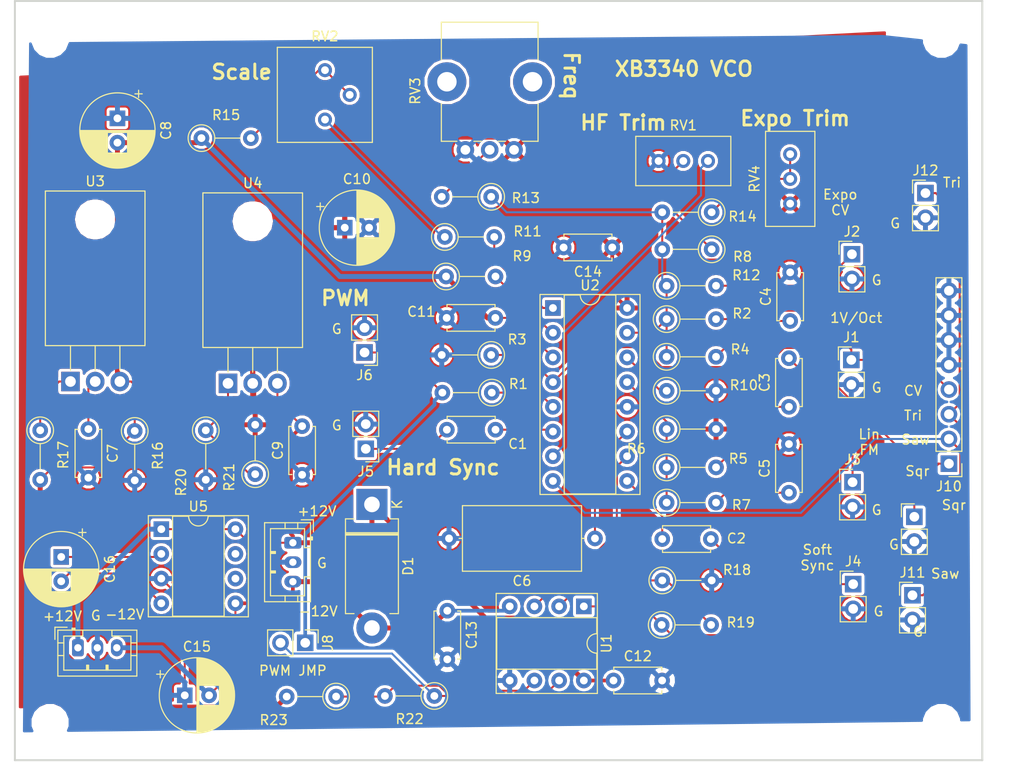
<source format=kicad_pcb>
(kicad_pcb (version 20171130) (host pcbnew "(5.0.1)-rc2")
  (layers (0 F.Cu signal) (31 B.Cu signal) (34 B.Paste user) (35 F.Paste user) (36 B.SilkS user) (37 F.SilkS user) (38 B.Mask user) (39 F.Mask user) (44 Edge.Cuts user))
  (net 0 "")
  (net 1 "Net-(C1-Pad2)")
  (net 2 "Net-(C1-Pad1)")
  (net 3 "Net-(C2-Pad1)")
  (net 4 "Net-(C2-Pad2)")
  (net 5 "Net-(C3-Pad1)")
  (net 6 "Net-(C3-Pad2)")
  (net 7 "Net-(C4-Pad1)")
  (net 8 GND)
  (net 9 "Net-(C5-Pad1)")
  (net 10 "Net-(C6-Pad1)")
  (net 11 "Net-(R1-Pad1)")
  (net 12 "Net-(R10-Pad1)")
  (net 13 "Net-(R11-Pad1)")
  (net 14 "Net-(R9-Pad2)")
  (net 15 "Net-(R11-Pad2)")
  (net 16 -5V)
  (net 17 +10V)
  (net 18 "Net-(R5-Pad1)")
  (net 19 +12V)
  (net 20 -12V)
  (net 21 "Net-(C16-Pad1)")
  (net 22 "Net-(C16-Pad2)")
  (net 23 1V-Oct)
  (net 24 ExpoCV)
  (net 25 PWM_CV)
  (net 26 "Net-(R12-Pad1)")
  (net 27 Sqr)
  (net 28 "Net-(R8-Pad1)")
  (net 29 "Net-(R13-Pad2)")
  (net 30 "Net-(R14-Pad1)")
  (net 31 "Net-(R15-Pad2)")
  (net 32 "Net-(R17-Pad1)")
  (net 33 "Net-(R18-Pad1)")
  (net 34 Tri)
  (net 35 "Net-(R20-Pad1)")
  (net 36 "Net-(RV1-Pad1)")
  (net 37 "Net-(U1-Pad3)")
  (net 38 Saw)
  (net 39 "Net-(U5-Pad7)")
  (net 40 "Net-(U5-Pad6)")
  (net 41 +2.5V)
  (net 42 "Net-(R22-Pad2)")
  (module Connector_PinHeader_2.54mm:PinHeader_1x02_P2.54mm_Vertical (layer F.Cu) (at 158.3055 123.3805)
    (fp_text reference J11 (at 0 -2.33) (layer F.SilkS))
    (fp_text value PWM)
    (pad 1 thru_hole rect (at 0 0) (size 1.7 1.7) (drill 1) (layers *.Cu *.Mask) (net 38 Saw))
    (pad 2 thru_hole oval (at 0 2.54) (size 1.7 1.7) (drill 1) (layers *.Cu *.Mask) (net 8 GND))
  )
  (module Connector_PinHeader_2.54mm:PinHeader_1x02_P2.54mm_Vertical (layer F.Cu) (at 159.639 82.042)
    (fp_text reference J12 (at 0 -2.33) (layer F.SilkS))
    (fp_text value PWM)
    (pad 2 thru_hole oval (at 0 2.54) (size 1.7 1.7) (drill 1) (layers *.Cu *.Mask) (net 8 GND))
    (pad 1 thru_hole rect (at 0 0) (size 1.7 1.7) (drill 1) (layers *.Cu *.Mask) (net 34 Tri))
  )
  (module Connector_PinHeader_2.54mm:PinHeader_1x02_P2.54mm_Vertical (layer F.Cu) (at 158.496 115.316)
    (fp_text reference J13 hide)
    (fp_text value PWM)
    (pad 1 thru_hole rect (at 0 0) (size 1.7 1.7) (drill 1) (layers *.Cu *.Mask) (net 27 Sqr))
    (pad 2 thru_hole oval (at 0 2.54) (size 1.7 1.7) (drill 1) (layers *.Cu *.Mask) (net 8 GND))
  )
  (module MountingHole:MountingHole_3.2mm_M3_ISO7380 (layer F.Cu) (at 161.29 136.4615)
    (fp_text reference H3 hide)
    (fp_text value MountingHole)
    (pad 1 np_thru_hole circle (at 0 0) (size 3.2 3.2) (drill 3.2) (layers *.Cu *.Mask))
  )
  (module MountingHole:MountingHole_3.2mm_M3_ISO7380 (layer F.Cu) (at 161.29 66.2305)
    (fp_text reference H4 hide)
    (fp_text value MountingHole)
    (pad 1 np_thru_hole circle (at 0 0) (size 3.2 3.2) (drill 3.2) (layers *.Cu *.Mask))
  )
  (module MountingHole:MountingHole_3.2mm_M3_ISO7380 (layer F.Cu) (at 69.6595 66.2305)
    (fp_text reference H1 hide)
    (fp_text value MountingHole)
    (pad 1 np_thru_hole circle (at 0 0) (size 3.2 3.2) (drill 3.2) (layers *.Cu *.Mask))
  )
  (module MountingHole:MountingHole_3.2mm_M3_ISO7380 (layer F.Cu) (at 69.6595 136.4615)
    (fp_text reference H2 hide)
    (fp_text value MountingHole)
    (pad 1 np_thru_hole circle (at 0 0) (size 3.2 3.2) (drill 3.2) (layers *.Cu *.Mask))
  )
  (module Connector_PinHeader_2.54mm:PinHeader_1x08_P2.54mm_Vertical (layer F.Cu) (at 162.052 109.855 180)
    (fp_text reference J10 (at 0 -2.33 180) (layer F.SilkS))
    (fp_text value Conn_01x08_Female)
    (pad 1 thru_hole rect (at 0 0 180) (size 1.7 1.7) (drill 1) (layers *.Cu *.Mask) (net 27 Sqr))
    (pad 2 thru_hole oval (at 0 2.54 180) (size 1.7 1.7) (drill 1) (layers *.Cu *.Mask) (net 38 Saw))
    (pad 3 thru_hole oval (at 0 5.08 180) (size 1.7 1.7) (drill 1) (layers *.Cu *.Mask) (net 34 Tri))
    (pad 4 thru_hole oval (at 0 7.62 180) (size 1.7 1.7) (drill 1) (layers *.Cu *.Mask) (net 23 1V-Oct))
    (pad 5 thru_hole oval (at 0 10.16 180) (size 1.7 1.7) (drill 1) (layers *.Cu *.Mask) (net 8 GND))
    (pad 6 thru_hole oval (at 0 12.7 180) (size 1.7 1.7) (drill 1) (layers *.Cu *.Mask) (net 8 GND))
    (pad 7 thru_hole oval (at 0 15.24 180) (size 1.7 1.7) (drill 1) (layers *.Cu *.Mask) (net 8 GND))
    (pad 8 thru_hole oval (at 0 17.78 180) (size 1.7 1.7) (drill 1) (layers *.Cu *.Mask) (net 8 GND))
  )
  (module Connector_JST:JST_PH_B3B-PH-K_1x03_P2.00mm_Vertical (layer F.Cu) (at 72.517 128.778)
    (fp_text reference J9 hide)
    (fp_text value Power)
    (pad 1 thru_hole roundrect (at 0 0) (size 1.2 1.75) (drill 0.75) (layers *.Cu *.Mask) (roundrect_rratio 0.208333) (net 19 +12V))
    (pad 2 thru_hole oval (at 2 0) (size 1.2 1.75) (drill 0.75) (layers *.Cu *.Mask) (net 8 GND))
    (pad 3 thru_hole oval (at 4 0) (size 1.2 1.75) (drill 0.75) (layers *.Cu *.Mask) (net 20 -12V))
  )
  (module Connector_PinHeader_2.54mm:PinHeader_1x02_P2.54mm_Vertical (layer F.Cu) (at 95.885 128.27 270)
    (fp_text reference J8 (at 0 -2.33 270) (layer F.SilkS))
    (fp_text value "Sqr Jump")
    (pad 1 thru_hole rect (at 0 0 270) (size 1.7 1.7) (drill 1) (layers *.Cu *.Mask) (net 25 PWM_CV))
    (pad 2 thru_hole oval (at 0 2.54 270) (size 1.7 1.7) (drill 1) (layers *.Cu *.Mask) (net 41 +2.5V))
  )
  (module Resistor_THT:R_Axial_DIN0207_L6.3mm_D2.5mm_P5.08mm_Vertical (layer F.Cu) (at 99.06 133.7945 180)
    (fp_text reference R23 (at 6.4135 -2.413 180) (layer F.SilkS))
    (fp_text value 20k)
    (pad 2 thru_hole oval (at 5.08 0 180) (size 1.6 1.6) (drill 0.8) (layers *.Cu *.Mask) (net 16 -5V))
    (pad 1 thru_hole circle (at 0 0 180) (size 1.6 1.6) (drill 0.8) (layers *.Cu *.Mask) (net 42 "Net-(R22-Pad2)"))
  )
  (module Resistor_THT:R_Axial_DIN0207_L6.3mm_D2.5mm_P5.08mm_Vertical (layer F.Cu) (at 109.1565 133.731 180)
    (fp_text reference R22 (at 2.54 -2.37 180) (layer F.SilkS))
    (fp_text value 10k)
    (pad 1 thru_hole circle (at 0 0 180) (size 1.6 1.6) (drill 0.8) (layers *.Cu *.Mask) (net 41 +2.5V))
    (pad 2 thru_hole oval (at 5.08 0 180) (size 1.6 1.6) (drill 0.8) (layers *.Cu *.Mask) (net 42 "Net-(R22-Pad2)"))
  )
  (module Potentiometer_THT:Potentiometer_Bourns_3296W_Vertical (layer F.Cu) (at 137.287 78.74)
    (fp_text reference RV1 (at -2.54 -3.66) (layer F.SilkS))
    (fp_text value 10k)
    (pad 1 thru_hole circle (at 0 0) (size 1.44 1.44) (drill 0.8) (layers *.Cu *.Mask) (net 36 "Net-(RV1-Pad1)"))
    (pad 2 thru_hole circle (at -2.54 0) (size 1.44 1.44) (drill 0.8) (layers *.Cu *.Mask) (net 28 "Net-(R8-Pad1)"))
    (pad 3 thru_hole circle (at -5.08 0) (size 1.44 1.44) (drill 0.8) (layers *.Cu *.Mask) (net 8 GND))
  )
  (module Diode_THT:D_DO-201AD_P12.70mm_Horizontal (layer F.Cu) (at 102.743 114.046 270)
    (fp_text reference D1 (at 6.35 -3.72 270) (layer F.SilkS))
    (fp_text value D_ALT)
    (fp_text user K (at 0 -2.6 270) (layer F.SilkS))
    (pad 1 thru_hole rect (at 0 0 270) (size 3.2 3.2) (drill 1.6) (layers *.Cu *.Mask) (net 19 +12V))
    (pad 2 thru_hole oval (at 12.7 0 270) (size 3.2 3.2) (drill 1.6) (layers *.Cu *.Mask) (net 20 -12V))
  )
  (module Package_TO_SOT_THT:TO-220-3_Horizontal_TabDown (layer F.Cu) (at 87.9475 101.6)
    (fp_text reference U4 (at 2.54 -20.58) (layer F.SilkS))
    (fp_text value LM317_3PinPackage)
    (pad 3 thru_hole oval (at 5.08 0) (size 1.905 2) (drill 1.1) (layers *.Cu *.Mask) (net 19 +12V))
    (pad 2 thru_hole oval (at 2.54 0) (size 1.905 2) (drill 1.1) (layers *.Cu *.Mask) (net 17 +10V))
    (pad 1 thru_hole rect (at 0 0) (size 1.905 2) (drill 1.1) (layers *.Cu *.Mask) (net 35 "Net-(R20-Pad1)"))
    (pad "" np_thru_hole oval (at 2.54 -16.66) (size 3.5 3.5) (drill 3.5) (layers *.Cu *.Mask))
  )
  (module Package_TO_SOT_THT:TO-220-3_Horizontal_TabDown (layer F.Cu) (at 71.755 101.4095)
    (fp_text reference U3 (at 2.54 -20.58) (layer F.SilkS))
    (fp_text value LM337_TO220)
    (pad "" np_thru_hole oval (at 2.54 -16.66) (size 3.5 3.5) (drill 3.5) (layers *.Cu *.Mask))
    (pad 1 thru_hole rect (at 0 0) (size 1.905 2) (drill 1.1) (layers *.Cu *.Mask) (net 32 "Net-(R17-Pad1)"))
    (pad 2 thru_hole oval (at 2.54 0) (size 1.905 2) (drill 1.1) (layers *.Cu *.Mask) (net 20 -12V))
    (pad 3 thru_hole oval (at 5.08 0) (size 1.905 2) (drill 1.1) (layers *.Cu *.Mask) (net 16 -5V))
  )
  (module Capacitor_THT:C_Axial_L12.0mm_D6.5mm_P15.00mm_Horizontal (layer F.Cu) (at 125.6665 117.5385 180)
    (fp_text reference C6 (at 7.5 -4.37 180) (layer F.SilkS))
    (fp_text value "1000p / Mica")
    (pad 1 thru_hole circle (at 0 0 180) (size 1.6 1.6) (drill 0.8) (layers *.Cu *.Mask) (net 10 "Net-(C6-Pad1)"))
    (pad 2 thru_hole oval (at 15 0 180) (size 1.6 1.6) (drill 0.8) (layers *.Cu *.Mask) (net 8 GND))
  )
  (module Capacitor_THT:C_Disc_D4.7mm_W2.5mm_P5.00mm (layer F.Cu) (at 115.443 106.3625 180)
    (fp_text reference C1 (at -2.286 -1.4605 180) (layer F.SilkS))
    (fp_text value 1n)
    (pad 2 thru_hole circle (at 5 0 180) (size 1.6 1.6) (drill 0.8) (layers *.Cu *.Mask) (net 1 "Net-(C1-Pad2)"))
    (pad 1 thru_hole circle (at 0 0 180) (size 1.6 1.6) (drill 0.8) (layers *.Cu *.Mask) (net 2 "Net-(C1-Pad1)"))
  )
  (module Capacitor_THT:C_Disc_D4.7mm_W2.5mm_P5.00mm (layer F.Cu) (at 132.5825 117.602)
    (fp_text reference C2 (at 7.62 -0.0635) (layer F.SilkS))
    (fp_text value 1n)
    (pad 1 thru_hole circle (at 0 0) (size 1.6 1.6) (drill 0.8) (layers *.Cu *.Mask) (net 3 "Net-(C2-Pad1)"))
    (pad 2 thru_hole circle (at 5 0) (size 1.6 1.6) (drill 0.8) (layers *.Cu *.Mask) (net 4 "Net-(C2-Pad2)"))
  )
  (module Capacitor_THT:C_Disc_D4.7mm_W2.5mm_P5.00mm (layer F.Cu) (at 145.6055 104.013 90)
    (fp_text reference C3 (at 2.5 -2.5 90) (layer F.SilkS))
    (fp_text value 100n)
    (pad 1 thru_hole circle (at 0 0 90) (size 1.6 1.6) (drill 0.8) (layers *.Cu *.Mask) (net 5 "Net-(C3-Pad1)"))
    (pad 2 thru_hole circle (at 5 0 90) (size 1.6 1.6) (drill 0.8) (layers *.Cu *.Mask) (net 6 "Net-(C3-Pad2)"))
  )
  (module Capacitor_THT:C_Disc_D4.7mm_W2.5mm_P5.00mm (layer F.Cu) (at 145.7325 95.1865 90)
    (fp_text reference C4 (at 2.5 -2.5 90) (layer F.SilkS))
    (fp_text value 10n)
    (pad 2 thru_hole circle (at 5 0 90) (size 1.6 1.6) (drill 0.8) (layers *.Cu *.Mask) (net 8 GND))
    (pad 1 thru_hole circle (at 0 0 90) (size 1.6 1.6) (drill 0.8) (layers *.Cu *.Mask) (net 7 "Net-(C4-Pad1)"))
  )
  (module Capacitor_THT:C_Disc_D4.7mm_W2.5mm_P5.00mm (layer F.Cu) (at 145.6055 112.8395 90)
    (fp_text reference C5 (at 2.5 -2.5 90) (layer F.SilkS))
    (fp_text value 10n)
    (pad 2 thru_hole circle (at 5 0 90) (size 1.6 1.6) (drill 0.8) (layers *.Cu *.Mask) (net 8 GND))
    (pad 1 thru_hole circle (at 0 0 90) (size 1.6 1.6) (drill 0.8) (layers *.Cu *.Mask) (net 9 "Net-(C5-Pad1)"))
  )
  (module Capacitor_THT:C_Disc_D4.7mm_W2.5mm_P5.00mm (layer F.Cu) (at 73.5965 106.299 270)
    (fp_text reference C7 (at 2.5 -2.5 270) (layer F.SilkS))
    (fp_text value 100n)
    (pad 1 thru_hole circle (at 0 0 270) (size 1.6 1.6) (drill 0.8) (layers *.Cu *.Mask) (net 20 -12V))
    (pad 2 thru_hole circle (at 5 0 270) (size 1.6 1.6) (drill 0.8) (layers *.Cu *.Mask) (net 8 GND))
  )
  (module Capacitor_THT:CP_Radial_D7.5mm_P2.50mm (layer F.Cu) (at 76.581 74.3585 270)
    (fp_text reference C8 (at 1.25 -5 270) (layer F.SilkS))
    (fp_text value 10uF)
    (pad 1 thru_hole rect (at 0 0 270) (size 1.6 1.6) (drill 0.8) (layers *.Cu *.Mask) (net 8 GND))
    (pad 2 thru_hole circle (at 2.5 0 270) (size 1.6 1.6) (drill 0.8) (layers *.Cu *.Mask) (net 16 -5V))
  )
  (module Capacitor_THT:C_Disc_D4.7mm_W2.5mm_P5.00mm (layer F.Cu) (at 95.5675 110.998 90)
    (fp_text reference C9 (at 2.5 -2.5 90) (layer F.SilkS))
    (fp_text value 100n)
    (pad 1 thru_hole circle (at 0 0 90) (size 1.6 1.6) (drill 0.8) (layers *.Cu *.Mask) (net 8 GND))
    (pad 2 thru_hole circle (at 5 0 90) (size 1.6 1.6) (drill 0.8) (layers *.Cu *.Mask) (net 19 +12V))
  )
  (module Capacitor_THT:CP_Radial_D7.5mm_P2.50mm (layer F.Cu) (at 99.949 85.598)
    (fp_text reference C10 (at 1.25 -5) (layer F.SilkS))
    (fp_text value 10uF)
    (pad 2 thru_hole circle (at 2.5 0) (size 1.6 1.6) (drill 0.8) (layers *.Cu *.Mask) (net 8 GND))
    (pad 1 thru_hole rect (at 0 0) (size 1.6 1.6) (drill 0.8) (layers *.Cu *.Mask) (net 17 +10V))
  )
  (module Capacitor_THT:C_Disc_D4.7mm_W2.5mm_P5.00mm (layer F.Cu) (at 110.4265 94.869)
    (fp_text reference C11 (at -2.6035 -0.635) (layer F.SilkS))
    (fp_text value 100n)
    (pad 1 thru_hole circle (at 0 0) (size 1.6 1.6) (drill 0.8) (layers *.Cu *.Mask) (net 8 GND))
    (pad 2 thru_hole circle (at 5 0) (size 1.6 1.6) (drill 0.8) (layers *.Cu *.Mask) (net 16 -5V))
  )
  (module Capacitor_THT:C_Disc_D4.7mm_W2.5mm_P5.00mm (layer F.Cu) (at 127.5715 132.1435)
    (fp_text reference C12 (at 2.5 -2.5) (layer F.SilkS))
    (fp_text value 100n)
    (pad 2 thru_hole circle (at 5 0) (size 1.6 1.6) (drill 0.8) (layers *.Cu *.Mask) (net 8 GND))
    (pad 1 thru_hole circle (at 0 0) (size 1.6 1.6) (drill 0.8) (layers *.Cu *.Mask) (net 19 +12V))
  )
  (module Capacitor_THT:C_Disc_D4.7mm_W2.5mm_P5.00mm (layer F.Cu) (at 110.49 124.968 270)
    (fp_text reference C13 (at 2.5 -2.5 270) (layer F.SilkS))
    (fp_text value 100n)
    (pad 1 thru_hole circle (at 0 0 270) (size 1.6 1.6) (drill 0.8) (layers *.Cu *.Mask) (net 20 -12V))
    (pad 2 thru_hole circle (at 5 0 270) (size 1.6 1.6) (drill 0.8) (layers *.Cu *.Mask) (net 8 GND))
  )
  (module Capacitor_THT:C_Disc_D4.7mm_W2.5mm_P5.00mm (layer F.Cu) (at 127.4445 87.63 180)
    (fp_text reference C14 (at 2.5 -2.5 180) (layer F.SilkS))
    (fp_text value 100n)
    (pad 2 thru_hole circle (at 5 0 180) (size 1.6 1.6) (drill 0.8) (layers *.Cu *.Mask) (net 8 GND))
    (pad 1 thru_hole circle (at 0 0 180) (size 1.6 1.6) (drill 0.8) (layers *.Cu *.Mask) (net 17 +10V))
  )
  (module Capacitor_THT:CP_Radial_D7.5mm_P2.50mm (layer F.Cu) (at 83.5025 133.6675)
    (fp_text reference C15 (at 1.25 -5) (layer F.SilkS))
    (fp_text value 100uF)
    (pad 2 thru_hole circle (at 2.5 0) (size 1.6 1.6) (drill 0.8) (layers *.Cu *.Mask) (net 20 -12V))
    (pad 1 thru_hole rect (at 0 0) (size 1.6 1.6) (drill 0.8) (layers *.Cu *.Mask) (net 8 GND))
  )
  (module Capacitor_THT:CP_Radial_D7.5mm_P2.50mm (layer F.Cu) (at 70.8025 119.4435 270)
    (fp_text reference C16 (at 1.25 -5 270) (layer F.SilkS))
    (fp_text value 100uF)
    (pad 1 thru_hole rect (at 0 0 270) (size 1.6 1.6) (drill 0.8) (layers *.Cu *.Mask) (net 21 "Net-(C16-Pad1)"))
    (pad 2 thru_hole circle (at 2.5 0 270) (size 1.6 1.6) (drill 0.8) (layers *.Cu *.Mask) (net 22 "Net-(C16-Pad2)"))
  )
  (module Connector_PinHeader_2.54mm:PinHeader_1x02_P2.54mm_Vertical (layer F.Cu) (at 152.019 99.187)
    (fp_text reference J1 (at 0 -2.33) (layer F.SilkS))
    (fp_text value 1V/Oct)
    (pad 1 thru_hole rect (at 0 0) (size 1.7 1.7) (drill 1) (layers *.Cu *.Mask) (net 23 1V-Oct))
    (pad 2 thru_hole oval (at 0 2.54) (size 1.7 1.7) (drill 1) (layers *.Cu *.Mask) (net 8 GND))
  )
  (module Connector_PinHeader_2.54mm:PinHeader_1x02_P2.54mm_Vertical (layer F.Cu) (at 152.0825 88.3285)
    (fp_text reference J2 (at 0 -2.33) (layer F.SilkS))
    (fp_text value "Expo CV")
    (pad 1 thru_hole rect (at 0 0) (size 1.7 1.7) (drill 1) (layers *.Cu *.Mask) (net 24 ExpoCV))
    (pad 2 thru_hole oval (at 0 2.54) (size 1.7 1.7) (drill 1) (layers *.Cu *.Mask) (net 8 GND))
  )
  (module Connector_PinHeader_2.54mm:PinHeader_1x02_P2.54mm_Vertical (layer F.Cu) (at 152.146 111.76)
    (fp_text reference J3 (at 0 -2.33) (layer F.SilkS))
    (fp_text value "Linear FM")
    (pad 2 thru_hole oval (at 0 2.54) (size 1.7 1.7) (drill 1) (layers *.Cu *.Mask) (net 8 GND))
    (pad 1 thru_hole rect (at 0 0) (size 1.7 1.7) (drill 1) (layers *.Cu *.Mask) (net 6 "Net-(C3-Pad2)"))
  )
  (module Connector_PinHeader_2.54mm:PinHeader_1x02_P2.54mm_Vertical (layer F.Cu) (at 152.2095 122.2375)
    (fp_text reference J4 (at 0 -2.33) (layer F.SilkS))
    (fp_text value "Soft Sync")
    (pad 2 thru_hole oval (at 0 2.54) (size 1.7 1.7) (drill 1) (layers *.Cu *.Mask) (net 8 GND))
    (pad 1 thru_hole rect (at 0 0) (size 1.7 1.7) (drill 1) (layers *.Cu *.Mask) (net 4 "Net-(C2-Pad2)"))
  )
  (module Connector_PinHeader_2.54mm:PinHeader_1x02_P2.54mm_Vertical (layer F.Cu) (at 102.108 108.331 180)
    (fp_text reference J5 (at 0 -2.33 180) (layer F.SilkS))
    (fp_text value "Hard Sync")
    (pad 2 thru_hole oval (at 0 2.54 180) (size 1.7 1.7) (drill 1) (layers *.Cu *.Mask) (net 8 GND))
    (pad 1 thru_hole rect (at 0 0 180) (size 1.7 1.7) (drill 1) (layers *.Cu *.Mask) (net 1 "Net-(C1-Pad2)"))
  )
  (module Connector_PinHeader_2.54mm:PinHeader_1x02_P2.54mm_Vertical (layer F.Cu) (at 101.981 98.425 180)
    (fp_text reference J6 (at 0 -2.33 180) (layer F.SilkS))
    (fp_text value PWM)
    (pad 1 thru_hole rect (at 0 0 180) (size 1.7 1.7) (drill 1) (layers *.Cu *.Mask) (net 25 PWM_CV))
    (pad 2 thru_hole oval (at 0 2.54 180) (size 1.7 1.7) (drill 1) (layers *.Cu *.Mask) (net 8 GND))
  )
  (module Connector_JST:JST_PH_B3B-PH-K_1x03_P2.00mm_Vertical (layer F.Cu) (at 94.615 117.983 270)
    (fp_text reference J7 hide)
    (fp_text value Power)
    (pad 1 thru_hole roundrect (at 0 0 270) (size 1.2 1.75) (drill 0.75) (layers *.Cu *.Mask) (roundrect_rratio 0.208333) (net 19 +12V))
    (pad 2 thru_hole oval (at 2 0 270) (size 1.2 1.75) (drill 0.75) (layers *.Cu *.Mask) (net 8 GND))
    (pad 3 thru_hole oval (at 4 0 270) (size 1.2 1.75) (drill 0.75) (layers *.Cu *.Mask) (net 20 -12V))
  )
  (module Resistor_THT:R_Axial_DIN0207_L6.3mm_D2.5mm_P5.08mm_Vertical (layer F.Cu) (at 115.062 102.5525 180)
    (fp_text reference R1 (at -2.7305 0.889 180) (layer F.SilkS))
    (fp_text value 10k)
    (pad 2 thru_hole oval (at 5.08 0 180) (size 1.6 1.6) (drill 0.8) (layers *.Cu *.Mask) (net 25 PWM_CV))
    (pad 1 thru_hole circle (at 0 0 180) (size 1.6 1.6) (drill 0.8) (layers *.Cu *.Mask) (net 11 "Net-(R1-Pad1)"))
  )
  (module Resistor_THT:R_Axial_DIN0207_L6.3mm_D2.5mm_P5.08mm_Vertical (layer F.Cu) (at 133.0325 94.996)
    (fp_text reference R2 (at 7.747 -0.5715) (layer F.SilkS))
    (fp_text value 100k)
    (pad 1 thru_hole circle (at 0 0) (size 1.6 1.6) (drill 0.8) (layers *.Cu *.Mask) (net 26 "Net-(R12-Pad1)"))
    (pad 2 thru_hole oval (at 5.08 0) (size 1.6 1.6) (drill 0.8) (layers *.Cu *.Mask) (net 23 1V-Oct))
  )
  (module Resistor_THT:R_Axial_DIN0207_L6.3mm_D2.5mm_P5.08mm_Vertical (layer F.Cu) (at 114.9985 98.679 180)
    (fp_text reference R3 (at -2.667 1.5875 180) (layer F.SilkS))
    (fp_text value 51K)
    (pad 1 thru_hole circle (at 0 0 180) (size 1.6 1.6) (drill 0.8) (layers *.Cu *.Mask) (net 27 Sqr))
    (pad 2 thru_hole oval (at 5.08 0 180) (size 1.6 1.6) (drill 0.8) (layers *.Cu *.Mask) (net 8 GND))
  )
  (module Resistor_THT:R_Axial_DIN0207_L6.3mm_D2.5mm_P5.08mm_Vertical (layer F.Cu) (at 133.0325 98.8695)
    (fp_text reference R4 (at 7.5565 -0.762) (layer F.SilkS))
    (fp_text value 470)
    (pad 1 thru_hole circle (at 0 0) (size 1.6 1.6) (drill 0.8) (layers *.Cu *.Mask) (net 26 "Net-(R12-Pad1)"))
    (pad 2 thru_hole oval (at 5.08 0) (size 1.6 1.6) (drill 0.8) (layers *.Cu *.Mask) (net 7 "Net-(C4-Pad1)"))
  )
  (module Resistor_THT:R_Axial_DIN0207_L6.3mm_D2.5mm_P5.08mm_Vertical (layer F.Cu) (at 133.0325 110.236)
    (fp_text reference R5 (at 7.366 -0.889) (layer F.SilkS))
    (fp_text value 1M)
    (pad 2 thru_hole oval (at 5.08 0) (size 1.6 1.6) (drill 0.8) (layers *.Cu *.Mask) (net 5 "Net-(C3-Pad1)"))
    (pad 1 thru_hole circle (at 0 0) (size 1.6 1.6) (drill 0.8) (layers *.Cu *.Mask) (net 18 "Net-(R5-Pad1)"))
  )
  (module Resistor_THT:R_Axial_DIN0207_L6.3mm_D2.5mm_P5.08mm_Vertical (layer F.Cu) (at 133.0325 106.299)
    (fp_text reference R6 (at -3.1115 2.032) (layer F.SilkS))
    (fp_text value 1M)
    (pad 1 thru_hole circle (at 0 0) (size 1.6 1.6) (drill 0.8) (layers *.Cu *.Mask) (net 18 "Net-(R5-Pad1)"))
    (pad 2 thru_hole oval (at 5.08 0) (size 1.6 1.6) (drill 0.8) (layers *.Cu *.Mask) (net 17 +10V))
  )
  (module Resistor_THT:R_Axial_DIN0207_L6.3mm_D2.5mm_P5.08mm_Vertical (layer F.Cu) (at 133.0325 113.8555)
    (fp_text reference R7 (at 7.6835 0.254) (layer F.SilkS))
    (fp_text value 470)
    (pad 1 thru_hole circle (at 0 0) (size 1.6 1.6) (drill 0.8) (layers *.Cu *.Mask) (net 18 "Net-(R5-Pad1)"))
    (pad 2 thru_hole oval (at 5.08 0) (size 1.6 1.6) (drill 0.8) (layers *.Cu *.Mask) (net 9 "Net-(C5-Pad1)"))
  )
  (module Resistor_THT:R_Axial_DIN0207_L6.3mm_D2.5mm_P5.08mm_Vertical (layer F.Cu) (at 137.6625 87.8205 180)
    (fp_text reference R8 (at -3.175 -0.762 180) (layer F.SilkS))
    (fp_text value 560k)
    (pad 2 thru_hole oval (at 5.08 0 180) (size 1.6 1.6) (drill 0.8) (layers *.Cu *.Mask) (net 26 "Net-(R12-Pad1)"))
    (pad 1 thru_hole circle (at 0 0 180) (size 1.6 1.6) (drill 0.8) (layers *.Cu *.Mask) (net 28 "Net-(R8-Pad1)"))
  )
  (module Resistor_THT:R_Axial_DIN0207_L6.3mm_D2.5mm_P5.08mm_Vertical (layer F.Cu) (at 110.363 90.6145)
    (fp_text reference R9 (at 7.8105 -2.0955) (layer F.SilkS))
    (fp_text value 5.6k)
    (pad 2 thru_hole oval (at 5.08 0) (size 1.6 1.6) (drill 0.8) (layers *.Cu *.Mask) (net 14 "Net-(R9-Pad2)"))
    (pad 1 thru_hole circle (at 0 0) (size 1.6 1.6) (drill 0.8) (layers *.Cu *.Mask) (net 16 -5V))
  )
  (module Resistor_THT:R_Axial_DIN0207_L6.3mm_D2.5mm_P5.08mm_Vertical (layer F.Cu) (at 133.0325 102.362)
    (fp_text reference R10 (at 7.9375 -0.5715) (layer F.SilkS))
    (fp_text value 1.8k)
    (pad 2 thru_hole oval (at 5.08 0) (size 1.6 1.6) (drill 0.8) (layers *.Cu *.Mask) (net 8 GND))
    (pad 1 thru_hole circle (at 0 0) (size 1.6 1.6) (drill 0.8) (layers *.Cu *.Mask) (net 12 "Net-(R10-Pad1)"))
  )
  (module Resistor_THT:R_Axial_DIN0207_L6.3mm_D2.5mm_P5.08mm_Vertical (layer F.Cu) (at 110.236 86.5505)
    (fp_text reference R11 (at 8.509 -0.5715) (layer F.SilkS))
    (fp_text value 18K)
    (pad 1 thru_hole circle (at 0 0) (size 1.6 1.6) (drill 0.8) (layers *.Cu *.Mask) (net 13 "Net-(R11-Pad1)"))
    (pad 2 thru_hole oval (at 5.08 0) (size 1.6 1.6) (drill 0.8) (layers *.Cu *.Mask) (net 15 "Net-(R11-Pad2)"))
  )
  (module Resistor_THT:R_Axial_DIN0207_L6.3mm_D2.5mm_P5.08mm_Vertical (layer F.Cu) (at 133.0325 91.567)
    (fp_text reference R12 (at 8.1915 -1.0795) (layer F.SilkS))
    (fp_text value 100k)
    (pad 1 thru_hole circle (at 0 0) (size 1.6 1.6) (drill 0.8) (layers *.Cu *.Mask) (net 26 "Net-(R12-Pad1)"))
    (pad 2 thru_hole oval (at 5.08 0) (size 1.6 1.6) (drill 0.8) (layers *.Cu *.Mask) (net 24 ExpoCV))
  )
  (module Resistor_THT:R_Axial_DIN0207_L6.3mm_D2.5mm_P5.08mm_Vertical (layer F.Cu) (at 114.9985 82.423 180)
    (fp_text reference R13 (at -3.556 -0.127 180) (layer F.SilkS))
    (fp_text value 100k)
    (pad 2 thru_hole oval (at 5.08 0 180) (size 1.6 1.6) (drill 0.8) (layers *.Cu *.Mask) (net 29 "Net-(R13-Pad2)"))
    (pad 1 thru_hole circle (at 0 0 180) (size 1.6 1.6) (drill 0.8) (layers *.Cu *.Mask) (net 26 "Net-(R12-Pad1)"))
  )
  (module Resistor_THT:R_Axial_DIN0207_L6.3mm_D2.5mm_P5.08mm_Vertical (layer F.Cu) (at 137.6625 84.0105 180)
    (fp_text reference R14 (at -3.175 -0.4445 180) (layer F.SilkS))
    (fp_text value 220K)
    (pad 1 thru_hole circle (at 0 0 180) (size 1.6 1.6) (drill 0.8) (layers *.Cu *.Mask) (net 30 "Net-(R14-Pad1)"))
    (pad 2 thru_hole oval (at 5.08 0 180) (size 1.6 1.6) (drill 0.8) (layers *.Cu *.Mask) (net 26 "Net-(R12-Pad1)"))
  )
  (module Resistor_THT:R_Axial_DIN0207_L6.3mm_D2.5mm_P5.08mm_Vertical (layer F.Cu) (at 85.217 76.3905)
    (fp_text reference R15 (at 2.54 -2.37) (layer F.SilkS))
    (fp_text value 5.6k)
    (pad 2 thru_hole oval (at 5.08 0) (size 1.6 1.6) (drill 0.8) (layers *.Cu *.Mask) (net 31 "Net-(R15-Pad2)"))
    (pad 1 thru_hole circle (at 0 0) (size 1.6 1.6) (drill 0.8) (layers *.Cu *.Mask) (net 16 -5V))
  )
  (module Resistor_THT:R_Axial_DIN0207_L6.3mm_D2.5mm_P5.08mm_Vertical (layer F.Cu) (at 78.359 106.4895 270)
    (fp_text reference R16 (at 2.54 -2.37 270) (layer F.SilkS))
    (fp_text value 680R)
    (pad 2 thru_hole oval (at 5.08 0 270) (size 1.6 1.6) (drill 0.8) (layers *.Cu *.Mask) (net 8 GND))
    (pad 1 thru_hole circle (at 0 0 270) (size 1.6 1.6) (drill 0.8) (layers *.Cu *.Mask) (net 16 -5V))
  )
  (module Resistor_THT:R_Axial_DIN0207_L6.3mm_D2.5mm_P5.08mm_Vertical (layer F.Cu) (at 68.6435 106.426 270)
    (fp_text reference R17 (at 2.54 -2.37 270) (layer F.SilkS))
    (fp_text value 220R)
    (pad 1 thru_hole circle (at 0 0 270) (size 1.6 1.6) (drill 0.8) (layers *.Cu *.Mask) (net 32 "Net-(R17-Pad1)"))
    (pad 2 thru_hole oval (at 5.08 0 270) (size 1.6 1.6) (drill 0.8) (layers *.Cu *.Mask) (net 16 -5V))
  )
  (module Resistor_THT:R_Axial_DIN0207_L6.3mm_D2.5mm_P5.08mm_Vertical (layer F.Cu) (at 132.588 121.8565)
    (fp_text reference R18 (at 7.6835 -1.0795) (layer F.SilkS))
    (fp_text value 10K)
    (pad 1 thru_hole circle (at 0 0) (size 1.6 1.6) (drill 0.8) (layers *.Cu *.Mask) (net 33 "Net-(R18-Pad1)"))
    (pad 2 thru_hole oval (at 5.08 0) (size 1.6 1.6) (drill 0.8) (layers *.Cu *.Mask) (net 8 GND))
  )
  (module Resistor_THT:R_Axial_DIN0207_L6.3mm_D2.5mm_P5.08mm_Vertical (layer F.Cu) (at 132.5245 126.4285)
    (fp_text reference R19 (at 8.128 -0.254) (layer F.SilkS))
    (fp_text value 10K)
    (pad 2 thru_hole oval (at 5.08 0) (size 1.6 1.6) (drill 0.8) (layers *.Cu *.Mask) (net 33 "Net-(R18-Pad1)"))
    (pad 1 thru_hole circle (at 0 0) (size 1.6 1.6) (drill 0.8) (layers *.Cu *.Mask) (net 34 Tri))
  )
  (module Resistor_THT:R_Axial_DIN0207_L6.3mm_D2.5mm_P5.08mm_Vertical (layer F.Cu) (at 85.6615 106.426 270)
    (fp_text reference R20 (at 5.334 2.54 270) (layer F.SilkS))
    (fp_text value 2K)
    (pad 2 thru_hole oval (at 5.08 0 270) (size 1.6 1.6) (drill 0.8) (layers *.Cu *.Mask) (net 8 GND))
    (pad 1 thru_hole circle (at 0 0 270) (size 1.6 1.6) (drill 0.8) (layers *.Cu *.Mask) (net 35 "Net-(R20-Pad1)"))
  )
  (module Resistor_THT:R_Axial_DIN0207_L6.3mm_D2.5mm_P5.08mm_Vertical (layer F.Cu) (at 90.7415 110.9345 90)
    (fp_text reference R21 (at -0.3175 -2.667 90) (layer F.SilkS))
    (fp_text value 220R)
    (pad 1 thru_hole circle (at 0 0 90) (size 1.6 1.6) (drill 0.8) (layers *.Cu *.Mask) (net 35 "Net-(R20-Pad1)"))
    (pad 2 thru_hole oval (at 5.08 0 90) (size 1.6 1.6) (drill 0.8) (layers *.Cu *.Mask) (net 17 +10V))
  )
  (module Potentiometer_THT:Potentiometer_Bourns_3386P_Vertical (layer F.Cu) (at 97.917 74.4855)
    (fp_text reference RV2 (at -0.015 -8.555) (layer F.SilkS))
    (fp_text value 5K)
    (pad 3 thru_hole circle (at 0 -5.08) (size 1.44 1.44) (drill 0.8) (layers *.Cu *.Mask) (net 31 "Net-(R15-Pad2)"))
    (pad 2 thru_hole circle (at 2.54 -2.54) (size 1.44 1.44) (drill 0.8) (layers *.Cu *.Mask) (net 31 "Net-(R15-Pad2)"))
    (pad 1 thru_hole circle (at 0 0) (size 1.44 1.44) (drill 0.8) (layers *.Cu *.Mask) (net 13 "Net-(R11-Pad1)"))
  )
  (module Potentiometer_THT:Potentiometer_Bourns_PTV09A-1_Single_Vertical (layer F.Cu) (at 117.348 77.597 90)
    (fp_text reference RV3 (at 6.05 -10.15 90) (layer F.SilkS))
    (fp_text value 100k)
    (pad "" np_thru_hole circle (at 7 1.9 90) (size 4 4) (drill 2) (layers *.Cu *.Mask))
    (pad "" np_thru_hole circle (at 7 -6.9 90) (size 4 4) (drill 2) (layers *.Cu *.Mask))
    (pad 1 thru_hole circle (at 0 0 90) (size 1.8 1.8) (drill 1) (layers *.Cu *.Mask) (net 17 +10V))
    (pad 2 thru_hole circle (at 0 -2.5 90) (size 1.8 1.8) (drill 1) (layers *.Cu *.Mask) (net 29 "Net-(R13-Pad2)"))
    (pad 3 thru_hole circle (at 0 -5 90) (size 1.8 1.8) (drill 1) (layers *.Cu *.Mask) (net 8 GND))
  )
  (module Potentiometer_THT:Potentiometer_Bourns_3296W_Vertical (layer F.Cu) (at 145.7325 78.0415 90)
    (fp_text reference RV4 (at -2.54 -3.66 90) (layer F.SilkS))
    (fp_text value R_POT_TRIM)
    (pad 1 thru_hole circle (at 0 0 90) (size 1.44 1.44) (drill 0.8) (layers *.Cu *.Mask) (net 30 "Net-(R14-Pad1)"))
    (pad 2 thru_hole circle (at -2.54 0 90) (size 1.44 1.44) (drill 0.8) (layers *.Cu *.Mask) (net 30 "Net-(R14-Pad1)"))
    (pad 3 thru_hole circle (at -5.08 0 90) (size 1.44 1.44) (drill 0.8) (layers *.Cu *.Mask) (net 17 +10V))
  )
  (module Package_DIP:DIP-8_W7.62mm_Socket (layer F.Cu) (at 124.5235 124.5235 270)
    (fp_text reference U1 (at 3.81 -2.33 270) (layer F.SilkS))
    (fp_text value TL072)
    (pad 1 thru_hole rect (at 0 0 270) (size 1.6 1.6) (drill 0.8) (layers *.Cu *.Mask) (net 34 Tri))
    (pad 5 thru_hole oval (at 7.62 7.62 270) (size 1.6 1.6) (drill 0.8) (layers *.Cu *.Mask) (net 8 GND))
    (pad 2 thru_hole oval (at 0 2.54 270) (size 1.6 1.6) (drill 0.8) (layers *.Cu *.Mask) (net 33 "Net-(R18-Pad1)"))
    (pad 6 thru_hole oval (at 7.62 5.08 270) (size 1.6 1.6) (drill 0.8) (layers *.Cu *.Mask) (net 42 "Net-(R22-Pad2)"))
    (pad 3 thru_hole oval (at 0 5.08 270) (size 1.6 1.6) (drill 0.8) (layers *.Cu *.Mask) (net 37 "Net-(U1-Pad3)"))
    (pad 7 thru_hole oval (at 7.62 2.54 270) (size 1.6 1.6) (drill 0.8) (layers *.Cu *.Mask) (net 41 +2.5V))
    (pad 4 thru_hole oval (at 0 7.62 270) (size 1.6 1.6) (drill 0.8) (layers *.Cu *.Mask) (net 20 -12V))
    (pad 8 thru_hole oval (at 7.62 0 270) (size 1.6 1.6) (drill 0.8) (layers *.Cu *.Mask) (net 19 +12V))
  )
  (module Package_DIP:DIP-16_W7.62mm_Socket (layer F.Cu) (at 121.3485 93.853)
    (fp_text reference U2 (at 3.81 -2.33) (layer F.SilkS))
    (fp_text value CEM3340)
    (pad 1 thru_hole rect (at 0 0) (size 1.6 1.6) (drill 0.8) (layers *.Cu *.Mask) (net 15 "Net-(R11-Pad2)"))
    (pad 9 thru_hole oval (at 7.62 17.78) (size 1.6 1.6) (drill 0.8) (layers *.Cu *.Mask) (net 3 "Net-(C2-Pad1)"))
    (pad 2 thru_hole oval (at 0 2.54) (size 1.6 1.6) (drill 0.8) (layers *.Cu *.Mask) (net 14 "Net-(R9-Pad2)"))
    (pad 10 thru_hole oval (at 7.62 15.24) (size 1.6 1.6) (drill 0.8) (layers *.Cu *.Mask) (net 37 "Net-(U1-Pad3)"))
    (pad 3 thru_hole oval (at 0 5.08) (size 1.6 1.6) (drill 0.8) (layers *.Cu *.Mask) (net 16 -5V))
    (pad 11 thru_hole oval (at 7.62 12.7) (size 1.6 1.6) (drill 0.8) (layers *.Cu *.Mask) (net 10 "Net-(C6-Pad1)"))
    (pad 4 thru_hole oval (at 0 7.62) (size 1.6 1.6) (drill 0.8) (layers *.Cu *.Mask) (net 27 Sqr))
    (pad 12 thru_hole oval (at 7.62 10.16) (size 1.6 1.6) (drill 0.8) (layers *.Cu *.Mask) (net 8 GND))
    (pad 5 thru_hole oval (at 0 10.16) (size 1.6 1.6) (drill 0.8) (layers *.Cu *.Mask) (net 11 "Net-(R1-Pad1)"))
    (pad 13 thru_hole oval (at 7.62 7.62) (size 1.6 1.6) (drill 0.8) (layers *.Cu *.Mask) (net 18 "Net-(R5-Pad1)"))
    (pad 6 thru_hole oval (at 0 12.7) (size 1.6 1.6) (drill 0.8) (layers *.Cu *.Mask) (net 2 "Net-(C1-Pad1)"))
    (pad 14 thru_hole oval (at 7.62 5.08) (size 1.6 1.6) (drill 0.8) (layers *.Cu *.Mask) (net 12 "Net-(R10-Pad1)"))
    (pad 7 thru_hole oval (at 0 15.24) (size 1.6 1.6) (drill 0.8) (layers *.Cu *.Mask) (net 36 "Net-(RV1-Pad1)"))
    (pad 15 thru_hole oval (at 7.62 2.54) (size 1.6 1.6) (drill 0.8) (layers *.Cu *.Mask) (net 26 "Net-(R12-Pad1)"))
    (pad 8 thru_hole oval (at 0 17.78) (size 1.6 1.6) (drill 0.8) (layers *.Cu *.Mask) (net 38 Saw))
    (pad 16 thru_hole oval (at 7.62 0) (size 1.6 1.6) (drill 0.8) (layers *.Cu *.Mask) (net 17 +10V))
  )
  (module Package_DIP:DIP-8_W7.62mm_Socket (layer F.Cu) (at 81.0895 116.586)
    (fp_text reference U5 (at 3.81 -2.33) (layer F.SilkS))
    (fp_text value LTC1044)
    (pad 8 thru_hole oval (at 7.62 0) (size 1.6 1.6) (drill 0.8) (layers *.Cu *.Mask) (net 19 +12V))
    (pad 4 thru_hole oval (at 0 7.62) (size 1.6 1.6) (drill 0.8) (layers *.Cu *.Mask) (net 22 "Net-(C16-Pad2)"))
    (pad 7 thru_hole oval (at 7.62 2.54) (size 1.6 1.6) (drill 0.8) (layers *.Cu *.Mask) (net 39 "Net-(U5-Pad7)"))
    (pad 3 thru_hole oval (at 0 5.08) (size 1.6 1.6) (drill 0.8) (layers *.Cu *.Mask) (net 8 GND))
    (pad 6 thru_hole oval (at 7.62 5.08) (size 1.6 1.6) (drill 0.8) (layers *.Cu *.Mask) (net 40 "Net-(U5-Pad6)"))
    (pad 2 thru_hole oval (at 0 2.54) (size 1.6 1.6) (drill 0.8) (layers *.Cu *.Mask) (net 21 "Net-(C16-Pad1)"))
    (pad 5 thru_hole oval (at 7.62 7.62) (size 1.6 1.6) (drill 0.8) (layers *.Cu *.Mask) (net 20 -12V))
    (pad 1 thru_hole rect (at 0 0) (size 1.6 1.6) (drill 0.8) (layers *.Cu *.Mask) (net 19 +12V))
  )
  (gr_text "XB3340 VCO" (at 134.8105 69.2785) (layer F.SilkS) (effects (font (size 1.5 1.5) (thickness 0.3))))
  (gr_line (start 66.04 62.2935) (end 66.04 140.335) (layer Edge.Cuts) (width 0.2))
  (gr_line (start 165.481 62.2935) (end 66.04 62.2935) (layer Edge.Cuts) (width 0.2))
  (gr_line (start 165.481 140.335) (end 165.481 62.2935) (layer Edge.Cuts) (width 0.2))
  (gr_line (start 66.04 140.335) (end 165.481 140.335) (layer Edge.Cuts) (width 0.2))
  (gr_text Sqr (at 158.8135 110.617) (layer F.SilkS) (effects (font (size 1 1))))
  (gr_text Saw (at 158.623 107.3785) (layer F.SilkS) (effects (font (size 1 1))))
  (gr_text Tri (at 158.369 104.902) (layer F.SilkS) (effects (font (size 1 1))))
  (gr_text CV (at 158.369 102.362) (layer F.SilkS) (effects (font (size 1 1))))
  (gr_text "PWM JMP" (at 94.615 131.1275) (layer F.SilkS) (effects (font (size 1 1))))
  (gr_text G (at 158.877 127.127) (layer F.SilkS) (effects (font (size 1 1))))
  (gr_text G (at 156.4005 118.1735) (layer F.SilkS) (effects (font (size 1 1))))
  (gr_text G (at 156.5275 85.1535) (layer F.SilkS) (effects (font (size 1 1))))
  (gr_text G (at 154.6225 90.9955) (layer F.SilkS) (effects (font (size 1 1))))
  (gr_text G (at 154.6225 102.0445) (layer F.SilkS) (effects (font (size 1 1))))
  (gr_text G (at 154.813 125.0315) (layer F.SilkS) (effects (font (size 1 1))))
  (gr_text G (at 154.6225 114.6175) (layer F.SilkS) (effects (font (size 1 1))))
  (gr_text G (at 99.1235 96.012) (layer F.SilkS) (effects (font (size 1 1))))
  (gr_text G (at 99.1235 105.918) (layer F.SilkS) (effects (font (size 1 1))))
  (gr_text G (at 97.5995 120.0785) (layer F.SilkS) (effects (font (size 1 1))))
  (gr_text -12V (at 97.2185 125.0315) (layer F.SilkS) (effects (font (size 1 1))))
  (gr_text +12V (at 97.0915 114.7445) (layer F.SilkS) (effects (font (size 1 1))))
  (gr_text G (at 74.3585 125.476) (layer F.SilkS) (effects (font (size 1 1))))
  (gr_text -12V (at 77.343 125.349) (layer F.SilkS) (effects (font (size 1 1))))
  (gr_text +12V (at 70.9295 125.5395) (layer F.SilkS) (effects (font (size 1 1))))
  (gr_text Saw (at 161.671 121.158) (layer F.SilkS) (effects (font (size 1 1))))
  (gr_text Sqr (at 162.56 114.1095) (layer F.SilkS) (effects (font (size 1 1))))
  (gr_text Tri (at 162.3695 80.9625) (layer F.SilkS) (effects (font (size 1 1))))
  (gr_text "Expo Trim" (at 146.2405 74.3585) (layer F.SilkS) (effects (font (size 1.5 1.5) (thickness 0.3))))
  (gr_text Scale (at 89.3445 69.596) (layer F.SilkS) (effects (font (size 1.5 1.5) (thickness 0.3))))
  (gr_text "HF Trim" (at 128.5875 74.803) (layer F.SilkS) (effects (font (size 1.5 1.5) (thickness 0.3))))
  (gr_text Freq (at 123.2535 69.977 270) (layer F.SilkS) (effects (font (size 1.5 1.5) (thickness 0.3))))
  (gr_text "Hard Sync" (at 110.0455 110.236) (layer F.SilkS) (effects (font (size 1.5 1.5) (thickness 0.3))))
  (gr_text PWM (at 100.0125 92.837) (layer F.SilkS) (effects (font (size 1.5 1.5) (thickness 0.3))))
  (gr_text "Soft\nSync" (at 148.5265 119.507) (layer F.SilkS) (effects (font (size 1 1))))
  (gr_text "Lin\nFM" (at 153.8605 107.6325) (layer F.SilkS) (effects (font (size 1 1))))
  (gr_text "Expo\nCV" (at 150.876 82.9945) (layer F.SilkS) (effects (font (size 1 1))))
  (gr_text 1V/Oct (at 152.527 94.869) (layer F.SilkS) (effects (font (size 1 1))))
  (segment (start 108.4745 108.331) (end 110.443 106.3625) (width 0.203) (layer F.Cu) (net 1))
  (segment (start 102.108 108.331) (end 108.4745 108.331) (width 0.203) (layer F.Cu) (net 1))
  (segment (start 121.158 106.3625) (end 121.3485 106.553) (width 0.203) (layer F.Cu) (net 2))
  (segment (start 115.443 106.3625) (end 121.158 106.3625) (width 0.203) (layer F.Cu) (net 2))
  (segment (start 132.5825 115.247) (end 128.9685 111.633) (width 0.203) (layer F.Cu) (net 3))
  (segment (start 132.5825 117.602) (end 132.5825 115.247) (width 0.203) (layer F.Cu) (net 3))
  (segment (start 142.218 122.2375) (end 152.2095 122.2375) (width 0.203) (layer F.Cu) (net 4))
  (segment (start 137.5825 117.602) (end 142.218 122.2375) (width 0.203) (layer F.Cu) (net 4))
  (segment (start 144.3355 104.013) (end 145.6055 104.013) (width 0.203) (layer F.Cu) (net 5))
  (segment (start 138.1125 110.236) (end 144.3355 104.013) (width 0.203) (layer F.Cu) (net 5))
  (segment (start 152.146 105.5535) (end 145.6055 99.013) (width 0.203) (layer F.Cu) (net 6))
  (segment (start 152.146 111.76) (end 152.146 105.5535) (width 0.203) (layer F.Cu) (net 6))
  (segment (start 141.7955 95.1865) (end 145.7325 95.1865) (width 0.203) (layer F.Cu) (net 7))
  (segment (start 138.1125 98.8695) (end 141.7955 95.1865) (width 0.203) (layer F.Cu) (net 7))
  (segment (start 83.5025 124.079) (end 83.5025 133.6675) (width 0.2032) (layer F.Cu) (net 8))
  (segment (start 81.0895 121.666) (end 83.5025 124.079) (width 0.2032) (layer F.Cu) (net 8))
  (segment (start 112.6655 132.1435) (end 116.9035 132.1435) (width 0.381) (layer F.Cu) (net 8))
  (segment (start 110.49 129.968) (end 112.6655 132.1435) (width 0.381) (layer F.Cu) (net 8))
  (segment (start 162.052 93.277081) (end 162.052 94.615) (width 0.203) (layer F.Cu) (net 8))
  (segment (start 162.052 92.075) (end 162.052 93.277081) (width 0.203) (layer F.Cu) (net 8))
  (segment (start 162.052 94.615) (end 162.052 97.155) (width 0.203) (layer F.Cu) (net 8))
  (segment (start 162.052 97.155) (end 162.052 99.695) (width 0.203) (layer F.Cu) (net 8))
  (segment (start 139.1285 112.8395) (end 145.6055 112.8395) (width 0.203) (layer F.Cu) (net 9))
  (segment (start 138.1125 113.8555) (end 139.1285 112.8395) (width 0.203) (layer F.Cu) (net 9))
  (segment (start 125.6665 109.855) (end 128.9685 106.553) (width 0.203) (layer F.Cu) (net 10))
  (segment (start 125.6665 117.5385) (end 125.6665 109.855) (width 0.203) (layer F.Cu) (net 10))
  (segment (start 119.888 102.5525) (end 121.3485 104.013) (width 0.203) (layer F.Cu) (net 11))
  (segment (start 115.062 102.5525) (end 119.888 102.5525) (width 0.203) (layer F.Cu) (net 11))
  (segment (start 132.3975 102.362) (end 133.0325 102.362) (width 0.203) (layer F.Cu) (net 12))
  (segment (start 128.9685 98.933) (end 132.3975 102.362) (width 0.203) (layer F.Cu) (net 12))
  (segment (start 109.982 86.5505) (end 110.236 86.5505) (width 0.203) (layer B.Cu) (net 13))
  (segment (start 97.917 74.4855) (end 109.982 86.5505) (width 0.203) (layer B.Cu) (net 13))
  (segment (start 121.2215 96.393) (end 121.3485 96.393) (width 0.203) (layer F.Cu) (net 14))
  (segment (start 115.443 90.6145) (end 121.2215 96.393) (width 0.203) (layer F.Cu) (net 14))
  (segment (start 120.3455 93.853) (end 121.3485 93.853) (width 0.203) (layer F.Cu) (net 15))
  (segment (start 115.316 88.8235) (end 120.3455 93.853) (width 0.203) (layer F.Cu) (net 15))
  (segment (start 115.316 86.5505) (end 115.316 88.8235) (width 0.203) (layer F.Cu) (net 15))
  (segment (start 77.9907 101.4095) (end 76.835 101.4095) (width 0.2032) (layer F.Cu) (net 16))
  (segment (start 78.359 101.7778) (end 77.9907 101.4095) (width 0.2032) (layer F.Cu) (net 16))
  (segment (start 78.359 106.4895) (end 78.359 101.7778) (width 0.2032) (layer F.Cu) (net 16))
  (segment (start 77.559001 107.289499) (end 78.359 106.4895) (width 0.2032) (layer F.Cu) (net 16))
  (segment (start 74.603501 110.244999) (end 77.559001 107.289499) (width 0.2032) (layer F.Cu) (net 16))
  (segment (start 69.904501 110.244999) (end 74.603501 110.244999) (width 0.2032) (layer F.Cu) (net 16))
  (segment (start 68.6435 111.506) (end 69.904501 110.244999) (width 0.2032) (layer F.Cu) (net 16))
  (segment (start 117.2845 94.869) (end 115.4265 94.869) (width 0.203) (layer F.Cu) (net 16))
  (segment (start 121.3485 98.933) (end 117.2845 94.869) (width 0.203) (layer F.Cu) (net 16))
  (segment (start 99.441 90.6145) (end 110.363 90.6145) (width 0.508) (layer B.Cu) (net 16))
  (segment (start 85.217 76.3905) (end 99.441 90.6145) (width 0.508) (layer B.Cu) (net 16))
  (segment (start 114.6175 94.869) (end 115.4265 94.869) (width 0.508) (layer F.Cu) (net 16))
  (segment (start 110.363 90.6145) (end 114.6175 94.869) (width 0.508) (layer F.Cu) (net 16))
  (segment (start 76.581 101.1555) (end 76.835 101.4095) (width 0.508) (layer F.Cu) (net 16))
  (segment (start 76.581 76.8585) (end 76.581 101.1555) (width 0.508) (layer F.Cu) (net 16))
  (segment (start 84.749 76.8585) (end 85.217 76.3905) (width 0.508) (layer F.Cu) (net 16))
  (segment (start 76.581 76.8585) (end 84.749 76.8585) (width 0.508) (layer F.Cu) (net 16))
  (segment (start 93.180001 134.594499) (end 93.98 133.7945) (width 0.508) (layer F.Cu) (net 16))
  (segment (start 92.900599 134.873901) (end 93.180001 134.594499) (width 0.508) (layer F.Cu) (net 16))
  (segment (start 76.709595 134.873901) (end 92.900599 134.873901) (width 0.508) (layer F.Cu) (net 16))
  (segment (start 68.6435 126.807806) (end 76.709595 134.873901) (width 0.508) (layer F.Cu) (net 16))
  (segment (start 68.6435 111.506) (end 68.6435 126.807806) (width 0.508) (layer F.Cu) (net 16))
  (segment (start 90.7415 101.854) (end 90.4875 101.6) (width 0.2032) (layer F.Cu) (net 17))
  (segment (start 90.7415 105.8545) (end 90.7415 101.854) (width 0.2032) (layer F.Cu) (net 17))
  (segment (start 98.641 85.598) (end 99.949 85.598) (width 0.508) (layer F.Cu) (net 17))
  (segment (start 90.4875 93.7515) (end 98.641 85.598) (width 0.508) (layer F.Cu) (net 17))
  (segment (start 90.4875 101.6) (end 90.4875 93.7515) (width 0.508) (layer F.Cu) (net 17))
  (segment (start 116.448001 76.697001) (end 117.348 77.597) (width 0.508) (layer F.Cu) (net 17))
  (segment (start 116.041599 76.290599) (end 116.448001 76.697001) (width 0.508) (layer F.Cu) (net 17))
  (segment (start 107.948401 76.290599) (end 116.041599 76.290599) (width 0.508) (layer F.Cu) (net 17))
  (segment (start 99.949 84.29) (end 107.948401 76.290599) (width 0.508) (layer F.Cu) (net 17))
  (segment (start 99.949 85.598) (end 99.949 84.29) (width 0.508) (layer F.Cu) (net 17))
  (segment (start 127.381 87.63) (end 127.4445 87.63) (width 0.508) (layer F.Cu) (net 17))
  (segment (start 117.348 77.597) (end 127.381 87.63) (width 0.508) (layer F.Cu) (net 17))
  (segment (start 127.4445 92.329) (end 128.9685 93.853) (width 0.381) (layer F.Cu) (net 17))
  (segment (start 127.4445 87.63) (end 127.4445 92.329) (width 0.381) (layer F.Cu) (net 17))
  (segment (start 128.244499 88.429999) (end 127.4445 87.63) (width 0.381) (layer F.Cu) (net 17))
  (segment (start 128.777901 88.963401) (end 128.244499 88.429999) (width 0.381) (layer F.Cu) (net 17))
  (segment (start 139.890599 88.963401) (end 128.777901 88.963401) (width 0.381) (layer F.Cu) (net 17))
  (segment (start 145.7325 83.1215) (end 139.890599 88.963401) (width 0.381) (layer F.Cu) (net 17))
  (segment (start 133.0325 105.537) (end 133.0325 106.299) (width 0.203) (layer F.Cu) (net 18))
  (segment (start 128.9685 101.473) (end 133.0325 105.537) (width 0.203) (layer F.Cu) (net 18))
  (segment (start 133.0325 107.43037) (end 133.0325 110.236) (width 0.203) (layer F.Cu) (net 18))
  (segment (start 133.0325 106.299) (end 133.0325 107.43037) (width 0.203) (layer F.Cu) (net 18))
  (segment (start 133.0325 111.36737) (end 133.0325 113.8555) (width 0.203) (layer F.Cu) (net 18))
  (segment (start 133.0325 110.236) (end 133.0325 111.36737) (width 0.203) (layer F.Cu) (net 18))
  (segment (start 81.0895 116.586) (end 88.7095 116.586) (width 0.2032) (layer F.Cu) (net 19))
  (segment (start 93.0275 103.458) (end 95.5675 105.998) (width 0.2032) (layer F.Cu) (net 19))
  (segment (start 93.0275 101.6) (end 93.0275 103.458) (width 0.2032) (layer F.Cu) (net 19))
  (segment (start 90.1065 117.983) (end 94.615 117.983) (width 0.2032) (layer F.Cu) (net 19))
  (segment (start 88.7095 116.586) (end 90.1065 117.983) (width 0.2032) (layer F.Cu) (net 19))
  (segment (start 94.767501 106.797999) (end 95.5675 105.998) (width 0.381) (layer F.Cu) (net 19))
  (segment (start 94.424599 107.140901) (end 94.767501 106.797999) (width 0.381) (layer F.Cu) (net 19))
  (segment (start 94.424599 117.092599) (end 94.424599 107.140901) (width 0.381) (layer F.Cu) (net 19))
  (segment (start 94.615 117.283) (end 94.424599 117.092599) (width 0.381) (layer F.Cu) (net 19))
  (segment (start 94.615 117.983) (end 94.615 117.283) (width 0.381) (layer F.Cu) (net 19))
  (segment (start 124.5235 132.1435) (end 127.5715 132.1435) (width 0.381) (layer F.Cu) (net 19))
  (segment (start 102.743 116.154) (end 102.743 114.046) (width 0.508) (layer F.Cu) (net 19))
  (segment (start 100.914 117.983) (end 102.743 116.154) (width 0.508) (layer F.Cu) (net 19))
  (segment (start 94.615 117.983) (end 100.914 117.983) (width 0.508) (layer F.Cu) (net 19))
  (segment (start 123.723501 131.343501) (end 124.5235 132.1435) (width 0.508) (layer F.Cu) (net 19))
  (segment (start 118.109901 125.729901) (end 123.723501 131.343501) (width 0.508) (layer F.Cu) (net 19))
  (segment (start 114.426901 125.729901) (end 118.109901 125.729901) (width 0.508) (layer F.Cu) (net 19))
  (segment (start 102.743 114.046) (end 114.426901 125.729901) (width 0.508) (layer F.Cu) (net 19))
  (segment (start 79.7815 116.586) (end 81.0895 116.586) (width 0.508) (layer B.Cu) (net 19))
  (segment (start 72.517 123.8505) (end 79.7815 116.586) (width 0.508) (layer B.Cu) (net 19))
  (segment (start 72.517 128.778) (end 72.517 123.8505) (width 0.508) (layer B.Cu) (net 19))
  (segment (start 73.5965 102.108) (end 74.295 101.4095) (width 0.2032) (layer F.Cu) (net 20))
  (segment (start 73.5965 106.299) (end 73.5965 102.108) (width 0.2032) (layer F.Cu) (net 20))
  (segment (start 88.7095 130.9605) (end 86.0025 133.6675) (width 0.2032) (layer F.Cu) (net 20))
  (segment (start 88.7095 124.206) (end 88.7095 130.9605) (width 0.2032) (layer F.Cu) (net 20))
  (segment (start 94.615 122.964) (end 94.615 121.983) (width 0.381) (layer F.Cu) (net 20))
  (segment (start 93.373 124.206) (end 94.615 122.964) (width 0.381) (layer F.Cu) (net 20))
  (segment (start 88.7095 124.206) (end 93.373 124.206) (width 0.381) (layer F.Cu) (net 20))
  (segment (start 97.98 121.983) (end 102.743 126.746) (width 0.508) (layer F.Cu) (net 20))
  (segment (start 94.615 121.983) (end 97.98 121.983) (width 0.508) (layer F.Cu) (net 20))
  (segment (start 108.712 126.746) (end 110.49 124.968) (width 0.508) (layer F.Cu) (net 20))
  (segment (start 102.743 126.746) (end 108.712 126.746) (width 0.508) (layer F.Cu) (net 20))
  (segment (start 81.113 128.778) (end 86.0025 133.6675) (width 0.508) (layer B.Cu) (net 20))
  (segment (start 76.517 128.778) (end 81.113 128.778) (width 0.508) (layer B.Cu) (net 20))
  (segment (start 116.459 124.968) (end 116.9035 124.5235) (width 0.381) (layer B.Cu) (net 20))
  (segment (start 110.49 124.968) (end 116.459 124.968) (width 0.381) (layer B.Cu) (net 20))
  (segment (start 80.772 119.4435) (end 81.0895 119.126) (width 0.2032) (layer F.Cu) (net 21))
  (segment (start 70.8025 119.4435) (end 80.772 119.4435) (width 0.2032) (layer F.Cu) (net 21))
  (segment (start 80.289501 123.406001) (end 81.0895 124.206) (width 0.2032) (layer F.Cu) (net 22))
  (segment (start 78.027001 121.143501) (end 80.289501 123.406001) (width 0.2032) (layer F.Cu) (net 22))
  (segment (start 71.602499 121.143501) (end 78.027001 121.143501) (width 0.2032) (layer F.Cu) (net 22))
  (segment (start 70.8025 121.9435) (end 71.602499 121.143501) (width 0.2032) (layer F.Cu) (net 22))
  (segment (start 152.019 98.134) (end 152.019 99.187) (width 0.203) (layer F.Cu) (net 23))
  (segment (start 148.017599 94.132599) (end 152.019 98.134) (width 0.203) (layer F.Cu) (net 23))
  (segment (start 140.107271 94.132599) (end 148.017599 94.132599) (width 0.203) (layer F.Cu) (net 23))
  (segment (start 139.24387 94.996) (end 140.107271 94.132599) (width 0.203) (layer F.Cu) (net 23))
  (segment (start 138.1125 94.996) (end 139.24387 94.996) (width 0.203) (layer F.Cu) (net 23))
  (segment (start 159.004 99.187) (end 152.019 99.187) (width 0.203) (layer F.Cu) (net 23))
  (segment (start 162.052 102.235) (end 159.004 99.187) (width 0.203) (layer F.Cu) (net 23))
  (segment (start 148.844 91.567) (end 152.0825 88.3285) (width 0.203) (layer F.Cu) (net 24))
  (segment (start 138.1125 91.567) (end 148.844 91.567) (width 0.203) (layer F.Cu) (net 24))
  (segment (start 105.8545 98.425) (end 109.982 102.5525) (width 0.203) (layer F.Cu) (net 25))
  (segment (start 101.981 98.425) (end 105.8545 98.425) (width 0.203) (layer F.Cu) (net 25))
  (segment (start 109.182001 103.352499) (end 109.982 102.5525) (width 0.381) (layer B.Cu) (net 25))
  (segment (start 109.182001 103.789777) (end 109.182001 103.352499) (width 0.381) (layer B.Cu) (net 25))
  (segment (start 95.885 117.086778) (end 109.182001 103.789777) (width 0.381) (layer B.Cu) (net 25))
  (segment (start 95.885 128.27) (end 95.885 117.086778) (width 0.381) (layer B.Cu) (net 25))
  (segment (start 132.5825 85.14187) (end 132.5825 87.8205) (width 0.203) (layer F.Cu) (net 26))
  (segment (start 132.5825 84.0105) (end 132.5825 85.14187) (width 0.203) (layer F.Cu) (net 26))
  (segment (start 133.0325 91.567) (end 133.0325 94.996) (width 0.203) (layer F.Cu) (net 26))
  (segment (start 133.0325 96.12737) (end 133.0325 98.8695) (width 0.203) (layer F.Cu) (net 26))
  (segment (start 133.0325 94.996) (end 133.0325 96.12737) (width 0.203) (layer F.Cu) (net 26))
  (segment (start 131.6355 96.393) (end 128.9685 96.393) (width 0.203) (layer F.Cu) (net 26))
  (segment (start 133.0325 94.996) (end 131.6355 96.393) (width 0.203) (layer F.Cu) (net 26))
  (segment (start 132.5825 91.117) (end 133.0325 91.567) (width 0.203) (layer B.Cu) (net 26))
  (segment (start 132.5825 87.8205) (end 132.5825 91.117) (width 0.203) (layer B.Cu) (net 26))
  (segment (start 116.586 84.0105) (end 114.9985 82.423) (width 0.203) (layer B.Cu) (net 26))
  (segment (start 132.5825 84.0105) (end 116.586 84.0105) (width 0.203) (layer B.Cu) (net 26))
  (segment (start 118.5545 98.679) (end 121.3485 101.473) (width 0.203) (layer F.Cu) (net 27))
  (segment (start 114.9985 98.679) (end 118.5545 98.679) (width 0.203) (layer F.Cu) (net 27))
  (segment (start 158.513226 109.855) (end 160.999 109.855) (width 0.203) (layer F.Cu) (net 27))
  (segment (start 146.617325 97.959099) (end 158.513226 109.855) (width 0.203) (layer F.Cu) (net 27))
  (segment (start 145.099627 97.959099) (end 146.617325 97.959099) (width 0.203) (layer F.Cu) (net 27))
  (segment (start 143.135325 99.923401) (end 145.099627 97.959099) (width 0.203) (layer F.Cu) (net 27))
  (segment (start 132.526627 99.923401) (end 143.135325 99.923401) (width 0.203) (layer F.Cu) (net 27))
  (segment (start 124.942401 97.879099) (end 130.482325 97.879099) (width 0.203) (layer F.Cu) (net 27))
  (segment (start 130.482325 97.879099) (end 132.526627 99.923401) (width 0.203) (layer F.Cu) (net 27))
  (segment (start 121.3485 101.473) (end 124.942401 97.879099) (width 0.203) (layer F.Cu) (net 27))
  (segment (start 160.999 109.855) (end 162.052 109.855) (width 0.203) (layer F.Cu) (net 27))
  (segment (start 158.496 112.358) (end 160.999 109.855) (width 0.203) (layer F.Cu) (net 27))
  (segment (start 158.496 115.316) (end 158.496 112.358) (width 0.203) (layer F.Cu) (net 27))
  (segment (start 136.862501 87.020501) (end 137.6625 87.8205) (width 0.203) (layer F.Cu) (net 28))
  (segment (start 134.027001 84.185001) (end 136.862501 87.020501) (width 0.203) (layer F.Cu) (net 28))
  (segment (start 134.027001 79.459999) (end 134.027001 84.185001) (width 0.203) (layer F.Cu) (net 28))
  (segment (start 134.747 78.74) (end 134.027001 79.459999) (width 0.203) (layer F.Cu) (net 28))
  (segment (start 114.7445 77.597) (end 114.848 77.597) (width 0.203) (layer F.Cu) (net 29))
  (segment (start 109.9185 82.423) (end 114.7445 77.597) (width 0.203) (layer F.Cu) (net 29))
  (segment (start 141.0915 80.5815) (end 145.7325 80.5815) (width 0.203) (layer F.Cu) (net 30))
  (segment (start 137.6625 84.0105) (end 141.0915 80.5815) (width 0.203) (layer F.Cu) (net 30))
  (segment (start 145.7325 79.059733) (end 145.7325 80.5815) (width 0.203) (layer F.Cu) (net 30))
  (segment (start 145.7325 78.0415) (end 145.7325 79.059733) (width 0.203) (layer F.Cu) (net 30))
  (segment (start 98.636999 70.125499) (end 100.457 71.9455) (width 0.203) (layer F.Cu) (net 31))
  (segment (start 97.917 69.4055) (end 98.636999 70.125499) (width 0.203) (layer F.Cu) (net 31))
  (segment (start 97.282 69.4055) (end 97.917 69.4055) (width 0.203) (layer F.Cu) (net 31))
  (segment (start 90.297 76.3905) (end 97.282 69.4055) (width 0.203) (layer F.Cu) (net 31))
  (segment (start 70.5993 101.4095) (end 71.755 101.4095) (width 0.2032) (layer F.Cu) (net 32))
  (segment (start 68.6435 103.3653) (end 70.5993 101.4095) (width 0.2032) (layer F.Cu) (net 32))
  (segment (start 68.6435 106.426) (end 68.6435 103.3653) (width 0.2032) (layer F.Cu) (net 32))
  (segment (start 124.6505 121.8565) (end 132.588 121.8565) (width 0.203) (layer F.Cu) (net 33))
  (segment (start 121.9835 124.5235) (end 124.6505 121.8565) (width 0.203) (layer F.Cu) (net 33))
  (segment (start 133.0325 121.8565) (end 132.588 121.8565) (width 0.203) (layer F.Cu) (net 33))
  (segment (start 137.6045 126.4285) (end 133.0325 121.8565) (width 0.203) (layer F.Cu) (net 33))
  (segment (start 130.6195 124.5235) (end 132.5245 126.4285) (width 0.203) (layer F.Cu) (net 34))
  (segment (start 124.5235 124.5235) (end 130.6195 124.5235) (width 0.203) (layer F.Cu) (net 34))
  (segment (start 163.155901 103.671099) (end 162.052 104.775) (width 0.203) (layer F.Cu) (net 34))
  (segment (start 163.155901 84.505901) (end 163.155901 103.671099) (width 0.203) (layer F.Cu) (net 34))
  (segment (start 160.692 82.042) (end 163.155901 84.505901) (width 0.203) (layer F.Cu) (net 34))
  (segment (start 159.639 82.042) (end 160.692 82.042) (width 0.203) (layer F.Cu) (net 34))
  (segment (start 162.901999 105.624999) (end 162.052 104.775) (width 0.203) (layer F.Cu) (net 34))
  (segment (start 163.574811 106.297811) (end 162.901999 105.624999) (width 0.203) (layer F.Cu) (net 34))
  (segment (start 163.574811 124.586211) (end 163.574811 106.297811) (width 0.203) (layer F.Cu) (net 34))
  (segment (start 160.678621 127.482401) (end 163.574811 124.586211) (width 0.203) (layer F.Cu) (net 34))
  (segment (start 133.578401 127.482401) (end 160.678621 127.482401) (width 0.203) (layer F.Cu) (net 34))
  (segment (start 132.5245 126.4285) (end 133.578401 127.482401) (width 0.203) (layer F.Cu) (net 34))
  (segment (start 87.9475 104.14) (end 87.9475 101.6) (width 0.2032) (layer F.Cu) (net 35))
  (segment (start 85.6615 106.426) (end 87.9475 104.14) (width 0.2032) (layer F.Cu) (net 35))
  (segment (start 90.17 110.9345) (end 90.7415 110.9345) (width 0.2032) (layer F.Cu) (net 35))
  (segment (start 85.6615 106.426) (end 90.17 110.9345) (width 0.2032) (layer F.Cu) (net 35))
  (segment (start 122.402401 108.039099) (end 121.3485 109.093) (width 0.203) (layer B.Cu) (net 36))
  (segment (start 122.402401 96.440825) (end 122.402401 108.039099) (width 0.203) (layer B.Cu) (net 36))
  (segment (start 136.567001 82.276225) (end 122.402401 96.440825) (width 0.203) (layer B.Cu) (net 36))
  (segment (start 136.567001 79.459999) (end 136.567001 82.276225) (width 0.203) (layer B.Cu) (net 36))
  (segment (start 137.287 78.74) (end 136.567001 79.459999) (width 0.203) (layer B.Cu) (net 36))
  (segment (start 128.168501 109.892999) (end 128.9685 109.093) (width 0.203) (layer F.Cu) (net 37))
  (segment (start 127.914599 110.146901) (end 128.168501 109.892999) (width 0.203) (layer F.Cu) (net 37))
  (segment (start 127.914599 116.850175) (end 127.914599 110.146901) (width 0.203) (layer F.Cu) (net 37))
  (segment (start 121.041273 123.723501) (end 127.914599 116.850175) (width 0.203) (layer F.Cu) (net 37))
  (segment (start 120.243499 123.723501) (end 121.041273 123.723501) (width 0.203) (layer F.Cu) (net 37))
  (segment (start 119.4435 124.5235) (end 120.243499 123.723501) (width 0.203) (layer F.Cu) (net 37))
  (segment (start 160.849919 107.315) (end 162.052 107.315) (width 0.203) (layer B.Cu) (net 38))
  (segment (start 154.433978 107.315) (end 160.849919 107.315) (width 0.203) (layer B.Cu) (net 38))
  (segment (start 146.839577 114.909401) (end 154.433978 107.315) (width 0.203) (layer B.Cu) (net 38))
  (segment (start 124.624901 114.909401) (end 146.839577 114.909401) (width 0.203) (layer B.Cu) (net 38))
  (segment (start 121.3485 111.633) (end 124.624901 114.909401) (width 0.203) (layer B.Cu) (net 38))
  (segment (start 162.901999 108.164999) (end 162.052 107.315) (width 0.203) (layer F.Cu) (net 38))
  (segment (start 163.219401 108.482401) (end 162.901999 108.164999) (width 0.203) (layer F.Cu) (net 38))
  (segment (start 163.219401 121.731599) (end 163.219401 108.482401) (width 0.203) (layer F.Cu) (net 38))
  (segment (start 161.798 123.153) (end 163.219401 121.731599) (width 0.203) (layer F.Cu) (net 38))
  (segment (start 159.586 123.153) (end 161.798 123.153) (width 0.203) (layer F.Cu) (net 38))
  (segment (start 159.3585 123.3805) (end 159.586 123.153) (width 0.203) (layer F.Cu) (net 38))
  (segment (start 158.3055 123.3805) (end 159.3585 123.3805) (width 0.203) (layer F.Cu) (net 38))
  (segment (start 120.396 133.731) (end 121.9835 132.1435) (width 0.203) (layer F.Cu) (net 41))
  (segment (start 109.1565 133.731) (end 120.396 133.731) (width 0.203) (layer F.Cu) (net 41))
  (segment (start 94.194999 129.119999) (end 93.345 128.27) (width 0.203) (layer B.Cu) (net 41))
  (segment (start 94.448901 129.373901) (end 94.194999 129.119999) (width 0.203) (layer B.Cu) (net 41))
  (segment (start 104.799401 129.373901) (end 94.448901 129.373901) (width 0.203) (layer B.Cu) (net 41))
  (segment (start 109.1565 133.731) (end 104.799401 129.373901) (width 0.203) (layer B.Cu) (net 41))
  (segment (start 104.876499 132.931001) (end 104.0765 133.731) (width 0.203) (layer F.Cu) (net 42))
  (segment (start 105.130401 132.677099) (end 104.876499 132.931001) (width 0.203) (layer F.Cu) (net 42))
  (segment (start 109.662373 132.677099) (end 105.130401 132.677099) (width 0.203) (layer F.Cu) (net 42))
  (segment (start 110.182675 133.197401) (end 109.662373 132.677099) (width 0.203) (layer F.Cu) (net 42))
  (segment (start 118.389599 133.197401) (end 110.182675 133.197401) (width 0.203) (layer F.Cu) (net 42))
  (segment (start 119.4435 132.1435) (end 118.389599 133.197401) (width 0.203) (layer F.Cu) (net 42))
  (segment (start 104.013 133.7945) (end 104.0765 133.731) (width 0.203) (layer F.Cu) (net 42))
  (segment (start 99.06 133.7945) (end 104.013 133.7945) (width 0.203) (layer F.Cu) (net 42))
  (zone (net 8) (net_name GND) (layer B.Cu) (connect_pads (clearance 0.3048)) (min_thickness 0.254) (fill yes (arc_segments 16) (thermal_gap 0.508) (thermal_bridge_width 0.508))
    (polygon (pts (xy 67.5005 66.548) (xy 66.8655 137.4775) (xy 164.2745 136.3345) (xy 163.957 66.7385) (xy 155.194 65.786)))
  )
  (zone (net 17) (net_name +10V) (layer F.Cu) (connect_pads (clearance 0.3048)) (min_thickness 0.254) (fill yes (arc_segments 16) (thermal_gap 0.508) (thermal_bridge_width 0.508))
    (polygon (pts (xy 155.575 65.405) (xy 155.321 134.4295) (xy 66.421 135.001) (xy 66.4845 69.977)))
  )
)
</source>
